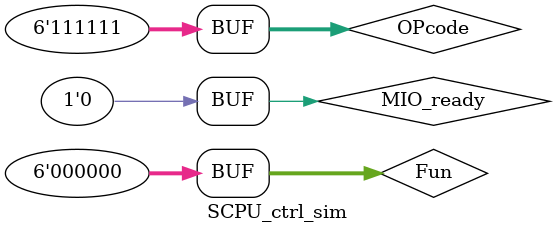
<source format=v>
`timescale 1ns / 1ps


module SCPU_ctrl_sim;

	// Inputs
	reg [5:0] OPcode;
	reg [5:0] Fun;
	reg MIO_ready;

	// Outputs
	wire RegDst;
	wire ALUSrc_B;
	wire MemtoReg;
	wire Jump;
	wire Branch;
	wire RegWrite;
	wire mem_w;
	wire [2:0] ALU_Control;
	wire CPU_MIO;

	// Instantiate the Unit Under Test (UUT)
	SCPU_ctrl uut (
		.OPcode(OPcode), 
		.Fun(Fun), 
		.MIO_ready(MIO_ready), 
		.RegDst(RegDst), 
		.ALUSrc_B(ALUSrc_B), 
		.MemtoReg(MemtoReg), 
		.Jump(Jump), 
		.Branch(Branch), 
		.RegWrite(RegWrite), 
		.mem_w(mem_w), 
		.ALU_Control(ALU_Control), 
		.CPU_MIO(CPU_MIO)
	);

	initial begin
		// Initialize Inputs
		OPcode = 0;
		Fun = 0;
		MIO_ready = 0;

		// Wait 40 ns for global reset to finish
		#40;
		OPcode = 0;
		Fun = 6'b100000;//add
		#20;
		Fun = 6'b100010;//sub
		#20;
		Fun = 6'b100100;//and
		#20;
		Fun = 6'b100101;//or
		#20;
		Fun = 6'b101010;//slt
		#20;
		Fun = 6'b100111;//nor
		#20;
		Fun = 6'b000010;//srl
		#20;
		Fun = 6'b010110;//xor
		#20;
		Fun = 6'b111111;//¼ä¸ô
		#1;
		OPcode = 6'b100011;//load
		#20;
		OPcode = 6'b101011;//store
		#20;
		OPcode = 6'b000100;//beq
		#20;
		OPcode = 6'b000010;//jump
		#20;
		OPcode = 6'b001010;//slti
		#20;
		OPcode = 6'h3f;//¼ä¸ô
		Fun = 6'b000000;//¼ä¸ô
		
		
        
		// Add stimulus here

	end
      
endmodule


</source>
